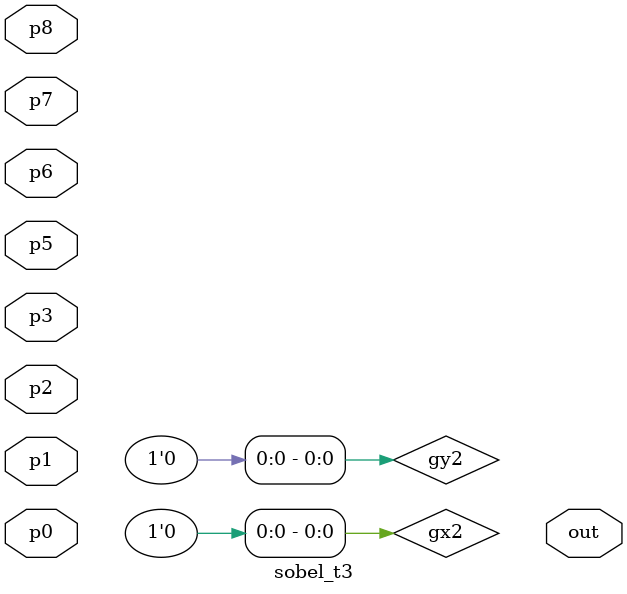
<source format=v>
`timescale 1ns / 1ps
module sobel_t3(p0, p1, p2, p3, p5, p6, p7, p8, out);

input  [7:0] p0,p1,p2,p3,p5,p6,p7,p8;	// 8 bit pixels inputs 
output [7:0] out;					// 8 bit output pixel 

wire signed [10:0] gx,gy;    //11 bits because max value of gx and gy is  
wire signed [10:0] gx1,gx2,gx3, gy1, gy2, gy3;    //11 bits because max value of gx and gy is  
//255*4 and last bit for sign					 
wire signed [10:0] abs_gx,abs_gy;	//it is used to find the absolute value of gx and gy 
wire [10:0] sum;			//the max value is 255*8. here no sign bit needed. 

assign gx1=(p2-p0);//sobel mask for gradient in horiz. direction 
assign gx2=((p5-p3)<<1);//sobel mask for gradient in horiz. direction 
assign gx3=(p8-p6);//sobel mask for gradient in horiz. direction 
assign gy1=(p0-p6);//sobel mask for gradient in vertical direction 
assign gy2=((p1-p7)<<1);//sobel mask for gradient in vertical direction 
assign gy3=(p2-p8);//sobel mask for gradient in vertical direction 




endmodule

</source>
